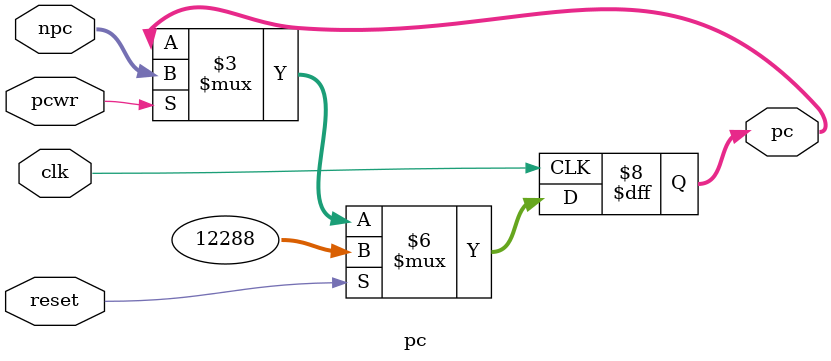
<source format=v>
`timescale 1ns / 1ps


module pc(
    input clk,
    input reset,
    input pcwr,
    input [31:0] npc,
    output reg [31:0] pc
    );
    initial
    begin
        pc <= 32'h00003000;
    end
    always@(posedge clk)
    begin
        if(reset)
            pc <= 32'h00003000;
        else if(pcwr)
            pc <= npc;
    end
endmodule

</source>
